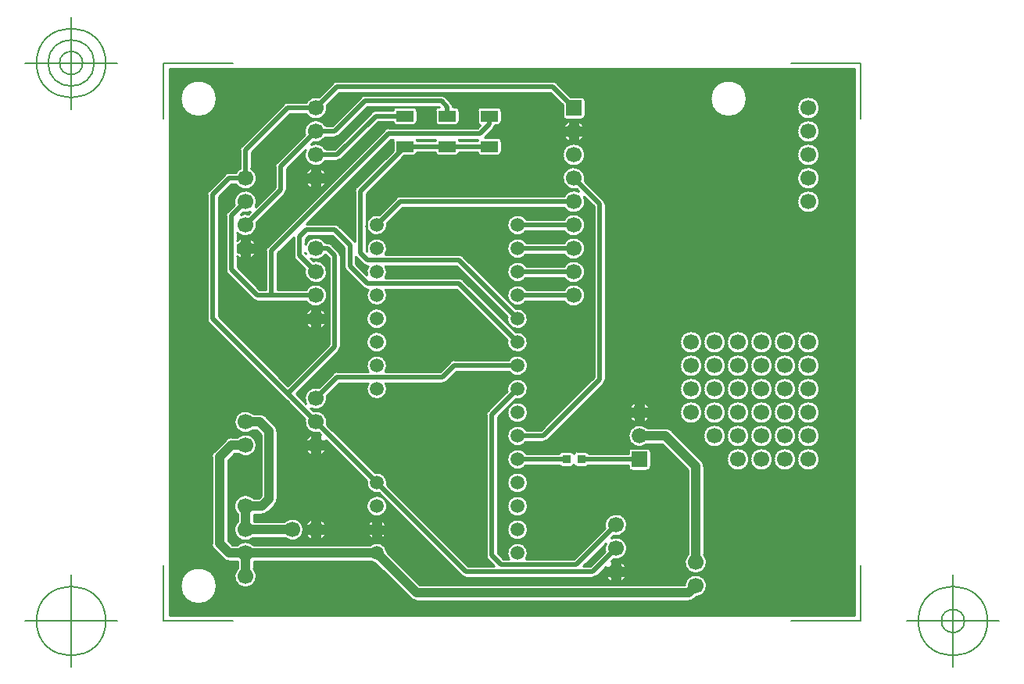
<source format=gbr>
G04 Generated by Ultiboard 14.2 *
%FSLAX34Y34*%
%MOMM*%

%ADD10C,0.0001*%
%ADD11C,0.2540*%
%ADD12C,1.0160*%
%ADD13C,0.5080*%
%ADD14C,0.1270*%
%ADD15R,0.9000X0.9500*%
%ADD16C,1.7000*%
%ADD17R,1.7000X1.7000*%
%ADD18C,1.5000*%
%ADD19R,1.8500X1.2000*%
%ADD20C,1.6764*%
%ADD21R,1.6764X1.6764*%


G04 ColorRGB 00FF00 for the following layer *
%LNCopper Top*%
%LPD*%
G54D10*
G36*
X3828Y3828D02*
X3828Y3828D01*
X746172Y3828D01*
X746172Y596172D01*
X3828Y596172D01*
X3828Y3828D01*
D02*
G37*
%LPC*%
G36*
X236172Y215118D02*
G75*
D01*
G02X236172Y215118I-7572J8402*
G01*
D02*
G37*
G36*
X236172Y189718D02*
G75*
D01*
G02X236172Y189718I-7572J8402*
G01*
D02*
G37*
G36*
X236172Y164318D02*
G75*
D01*
G02X236172Y164318I-7572J8402*
G01*
D02*
G37*
G36*
X236172Y308122D02*
G75*
D01*
G02X236172Y308122I-7572J-8402*
G01*
D02*
G37*
G36*
X236172Y333522D02*
G75*
D01*
G02X236172Y333522I-7572J-8402*
G01*
D02*
G37*
G36*
X187385Y290121D02*
X187385Y290121D01*
X141104Y243840D01*
X148772Y236172D01*
X151419Y233525D01*
G75*
D01*
G02X165492Y250716I11141J5235*
G01*
X165492Y250716D01*
X180908Y266132D01*
G74*
D01*
G02X184993Y267986I4512J4512*
G01*
G75*
D01*
G02X185420Y268001I427J-6366*
G01*
X185420Y268001D01*
X219220Y268001D01*
G75*
D01*
G02X237980Y268001I9380J6319*
G01*
X237980Y268001D01*
X297077Y268001D01*
X307908Y278832D01*
G74*
D01*
G02X310575Y280428I4512J4512*
G01*
G75*
D01*
G02X312420Y280701I1845J-6108*
G01*
X312420Y280701D01*
X371662Y280701D01*
G75*
D01*
G02X371662Y267939I9338J-6381*
G01*
X371662Y267939D01*
X315063Y267939D01*
X304239Y257115D01*
G74*
D01*
G02X301063Y255382I4519J4505*
G01*
G75*
D01*
G02X299714Y255239I-1343J6238*
G01*
X299714Y255239D01*
X237980Y255239D01*
G75*
D01*
G02X219220Y255239I-9380J-6319*
G01*
X219220Y255239D01*
X188063Y255239D01*
X174516Y241692D01*
G75*
D01*
G02X157325Y227619I-11956J-2932*
G01*
X157325Y227619D01*
X159628Y225316D01*
G75*
D01*
G02X174516Y210428I2932J-11956*
G01*
X174516Y210428D01*
X226509Y158435D01*
G75*
D01*
G02X239715Y145229I2091J-11115*
G01*
X239715Y145229D01*
X327763Y57181D01*
X355436Y57181D01*
X348548Y64068D01*
G75*
D01*
G02X346679Y68593I4512J4512*
G01*
X346679Y68593D01*
X346679Y220970D01*
G75*
D01*
G02X348548Y225492I6381J10*
G01*
X348548Y225492D01*
X359228Y236172D01*
X359228Y236172D01*
X369885Y246829D01*
G75*
D01*
G02X378909Y237805I11115J2091*
G01*
X378909Y237805D01*
X377275Y236172D01*
X359441Y218337D01*
X359441Y71223D01*
X365863Y64801D01*
X371620Y64801D01*
G75*
D01*
G02X390380Y64801I9380J6319*
G01*
X390380Y64801D01*
X441857Y64801D01*
X475724Y98668D01*
G75*
D01*
G02X484748Y89644I11956J2932*
G01*
X484748Y89644D01*
X482445Y87341D01*
G75*
D01*
G02X484748Y64244I5235J-11141*
G01*
X484748Y64244D01*
X482445Y61941D01*
G74*
D01*
G02X483315Y62310I5235J11141*
G01*
X483315Y62310D01*
X483315Y55165D01*
X476170Y55165D01*
G74*
D01*
G02X476539Y56035I11510J4365*
G01*
X476539Y56035D01*
X476172Y55668D01*
X476172Y55668D01*
X466799Y46295D01*
G74*
D01*
G02X462280Y44419I4519J4505*
G01*
X462280Y44419D01*
X325126Y44419D01*
G75*
D01*
G02X320608Y46288I-6J6381*
G01*
X320608Y46288D01*
X236172Y130725D01*
X230691Y136205D01*
G75*
D01*
G02X217485Y149411I-2091J11115*
G01*
X217485Y149411D01*
X173702Y193195D01*
G74*
D01*
G02X174070Y192325I11142J5235*
G01*
X174070Y192325D01*
X166925Y192325D01*
X166925Y199470D01*
G74*
D01*
G02X167795Y199102I4365J11510*
G01*
X167795Y199102D01*
X165492Y201404D01*
G75*
D01*
G02X150604Y216292I-2932J11956*
G01*
X150604Y216292D01*
X130725Y236172D01*
X127568Y239328D01*
X127568Y239328D01*
X127568Y239328D01*
X127568Y239328D01*
X46288Y320608D01*
G75*
D01*
G02X44419Y325127I4512J4512*
G01*
X44419Y325127D01*
X44419Y459733D01*
G75*
D01*
G02X46288Y464252I6381J7*
G01*
X46288Y464252D01*
X58208Y476172D01*
X58208Y476172D01*
X64068Y482032D01*
G75*
D01*
G02X68584Y483901I4512J-4512*
G01*
X68584Y483901D01*
X75833Y483901D01*
G74*
D01*
G02X79979Y488047I10527J6381*
G01*
X79979Y488047D01*
X79979Y507990D01*
G75*
D01*
G02X81848Y512512I6381J10*
G01*
X81848Y512512D01*
X127568Y558232D01*
G75*
D01*
G02X132088Y560101I4512J-4512*
G01*
X132088Y560101D01*
X152033Y560101D01*
G75*
D01*
G02X165492Y565676I10527J-6381*
G01*
X165492Y565676D01*
X180908Y581092D01*
G75*
D01*
G02X185429Y582961I4512J-4512*
G01*
X185429Y582961D01*
X419100Y582961D01*
G74*
D01*
G02X423619Y581085I0J6381*
G01*
X423619Y581085D01*
X438655Y566048D01*
X450460Y566048D01*
G74*
D01*
G02X454288Y562220I0J3828*
G01*
X454288Y562220D01*
X454288Y545220D01*
G75*
D01*
G02X450460Y541392I-3828J0*
G01*
X450460Y541392D01*
X433460Y541392D01*
G75*
D01*
G02X429632Y545220I0J3828*
G01*
X429632Y545220D01*
X429632Y557025D01*
X416457Y570199D01*
X188063Y570199D01*
X174516Y556652D01*
G75*
D01*
G02X152033Y547339I-11956J-2932*
G01*
X152033Y547339D01*
X134723Y547339D01*
X92741Y505357D01*
X92741Y488047D01*
G75*
D01*
G02X75833Y471139I-6381J-10527*
G01*
X75833Y471139D01*
X71223Y471139D01*
X57181Y457097D01*
X57181Y327763D01*
X132080Y252864D01*
X176499Y297283D01*
X176499Y391057D01*
X172906Y394650D01*
G75*
D01*
G02X157325Y390179I-10346J6670*
G01*
X157325Y390179D01*
X159628Y387876D01*
G75*
D01*
G02X150604Y378852I2932J-11956*
G01*
X150604Y378852D01*
X140268Y389188D01*
G75*
D01*
G02X138399Y393712I4512J4512*
G01*
X138399Y393712D01*
X138399Y413856D01*
X120681Y396137D01*
X120681Y356901D01*
X152033Y356901D01*
G75*
D01*
G02X152033Y344139I10527J-6381*
G01*
X152033Y344139D01*
X99060Y344139D01*
G75*
D01*
G02X97828Y344259I0J6381*
G01*
G74*
D01*
G02X94548Y346008I1232J6261*
G01*
X94548Y346008D01*
X66608Y373948D01*
G75*
D01*
G02X64739Y378474I4512J4512*
G01*
X64739Y378474D01*
X64739Y436872D01*
G75*
D01*
G02X66608Y441392I6381J8*
G01*
X66608Y441392D01*
X74404Y449188D01*
G75*
D01*
G02X97502Y446885I11956J2932*
G01*
X97502Y446885D01*
X118079Y467463D01*
X118079Y490213D01*
G75*
D01*
G02X119948Y494732I6381J7*
G01*
X119948Y494732D01*
X150604Y525388D01*
G75*
D01*
G02X173087Y534701I11956J2932*
G01*
X173087Y534701D01*
X180237Y534701D01*
X211388Y565852D01*
G75*
D01*
G02X215906Y567721I4512J-4512*
G01*
X215906Y567721D01*
X298440Y567721D01*
G74*
D01*
G02X302959Y565845I0J6381*
G01*
X302959Y565845D01*
X309305Y559499D01*
G74*
D01*
G02X311181Y554980I4505J4519*
G01*
X311181Y554980D01*
X311181Y554648D01*
X314050Y554648D01*
G74*
D01*
G02X317878Y550820I0J3828*
G01*
X317878Y550820D01*
X317878Y538820D01*
G75*
D01*
G02X314050Y534992I-3828J0*
G01*
X314050Y534992D01*
X295550Y534992D01*
G75*
D01*
G02X291722Y538820I0J3828*
G01*
X291722Y538820D01*
X291722Y550820D01*
G75*
D01*
G02X295550Y554648I3828J0*
G01*
X295550Y554648D01*
X296108Y554648D01*
X295797Y554959D01*
X218543Y554959D01*
X187399Y523815D01*
G74*
D01*
G02X182880Y521939I4519J4505*
G01*
X182880Y521939D01*
X173087Y521939D01*
G75*
D01*
G02X159628Y516364I-10527J6381*
G01*
X159628Y516364D01*
X157325Y514061D01*
G75*
D01*
G02X173087Y509301I5235J-11141*
G01*
X173087Y509301D01*
X182777Y509301D01*
X222808Y549332D01*
G75*
D01*
G02X227327Y551201I4512J-4512*
G01*
X227327Y551201D01*
X246021Y551201D01*
G75*
D01*
G02X249830Y554648I3809J-381*
G01*
X249830Y554648D01*
X268330Y554648D01*
G74*
D01*
G02X272158Y550820I0J3828*
G01*
X272158Y550820D01*
X272158Y538820D01*
G75*
D01*
G02X268330Y534992I-3828J0*
G01*
X268330Y534992D01*
X249830Y534992D01*
G75*
D01*
G02X246021Y538439I0J3828*
G01*
X246021Y538439D01*
X229963Y538439D01*
X189939Y498415D01*
G74*
D01*
G02X185420Y496539I4519J4505*
G01*
X185420Y496539D01*
X173087Y496539D01*
G75*
D01*
G02X151419Y508155I-10527J6381*
G01*
X151419Y508155D01*
X130841Y487577D01*
X130841Y464820D01*
G75*
D01*
G02X128965Y460301I-6381J0*
G01*
X128965Y460301D01*
X98316Y429652D01*
G75*
D01*
G02X77501Y418173I-11956J-2932*
G01*
X77501Y418173D01*
X77501Y409867D01*
G74*
D01*
G02X81995Y412830I8859J8547*
G01*
X81995Y412830D01*
X81995Y405685D01*
X77501Y405685D01*
X77501Y396955D01*
X81995Y396955D01*
X81995Y389810D01*
G74*
D01*
G02X77501Y392773I4365J11510*
G01*
X77501Y392773D01*
X77501Y381103D01*
X101703Y356901D01*
X107919Y356901D01*
X107919Y398766D01*
G75*
D01*
G02X109788Y403292I6381J14*
G01*
X109788Y403292D01*
X182668Y476172D01*
X236172Y529675D01*
X236788Y530292D01*
G74*
D01*
G02X240798Y532141I4512J4512*
G01*
G75*
D01*
G02X241300Y532161I502J-6361*
G01*
X241300Y532161D01*
X337717Y532161D01*
X340606Y535050D01*
G75*
D01*
G02X337442Y538820I664J3770*
G01*
X337442Y538820D01*
X337442Y550820D01*
G75*
D01*
G02X341270Y554648I3828J0*
G01*
X341270Y554648D01*
X359770Y554648D01*
G74*
D01*
G02X363598Y550820I0J3828*
G01*
X363598Y550820D01*
X363598Y538820D01*
G75*
D01*
G02X359770Y534992I-3828J0*
G01*
X359770Y534992D01*
X356830Y534992D01*
G74*
D01*
G02X355025Y531421I6310J948*
G01*
X355025Y531421D01*
X345252Y521648D01*
X359770Y521648D01*
G74*
D01*
G02X363598Y517820I0J3828*
G01*
X363598Y517820D01*
X363598Y505820D01*
G75*
D01*
G02X359770Y501992I-3828J0*
G01*
X359770Y501992D01*
X341270Y501992D01*
G75*
D01*
G02X337461Y505439I0J3828*
G01*
X337461Y505439D01*
X317859Y505439D01*
G74*
D01*
G02X314050Y501992I3809J381*
G01*
X314050Y501992D01*
X295550Y501992D01*
G75*
D01*
G02X291741Y505439I0J3828*
G01*
X291741Y505439D01*
X272139Y505439D01*
G74*
D01*
G02X268330Y501992I3809J381*
G01*
X268330Y501992D01*
X258275Y501992D01*
X236172Y479888D01*
X236172Y479888D01*
X232455Y476172D01*
X217201Y460917D01*
X217201Y398883D01*
X217670Y398414D01*
G75*
D01*
G02X237980Y395001I10930J2906*
G01*
X237980Y395001D01*
X317500Y395001D01*
G74*
D01*
G02X322019Y393125I0J6381*
G01*
X322019Y393125D01*
X378909Y336235D01*
G75*
D01*
G02X369885Y327211I2091J-11115*
G01*
X369885Y327211D01*
X314857Y382239D01*
X237980Y382239D01*
G75*
D01*
G02X237980Y369601I-9380J-6319*
G01*
X237980Y369601D01*
X317500Y369601D01*
G74*
D01*
G02X322019Y367725I0J6381*
G01*
X322019Y367725D01*
X378909Y310835D01*
G75*
D01*
G02X369885Y301811I2091J-11115*
G01*
X369885Y301811D01*
X314857Y356839D01*
X237980Y356839D01*
G75*
D01*
G02X219220Y356839I-9380J-6319*
G01*
X219220Y356839D01*
X218447Y356839D01*
G75*
D01*
G02X213928Y358708I-7J6381*
G01*
X213928Y358708D01*
X194878Y377758D01*
G75*
D01*
G02X193009Y382279I4512J4512*
G01*
X193009Y382279D01*
X193009Y402487D01*
X180237Y415259D01*
X155043Y415259D01*
X151161Y411377D01*
X151161Y405967D01*
G75*
D01*
G02X173087Y407701I11399J-4647*
G01*
X173087Y407701D01*
X175252Y407701D01*
G75*
D01*
G02X177144Y407416I8J-6381*
G01*
G74*
D01*
G02X179779Y405825I1884J6096*
G01*
X179779Y405825D01*
X187385Y398219D01*
G74*
D01*
G02X189261Y393700I4505J4519*
G01*
X189261Y393700D01*
X189261Y294640D01*
G75*
D01*
G02X187385Y290121I-6381J0*
G01*
D02*
G37*
G36*
X239175Y100531D02*
X239175Y100531D01*
X232611Y100531D01*
X232611Y107095D01*
G74*
D01*
G02X239175Y100531I4011J10575*
G01*
D02*
G37*
G36*
X239175Y92509D02*
G74*
D01*
G02X232611Y85945I10575J4011*
G01*
X232611Y85945D01*
X232611Y92509D01*
X239175Y92509D01*
D02*
G37*
G36*
X265463Y21623D02*
X265463Y21623D01*
X236172Y50915D01*
X227188Y59898D01*
G74*
D01*
G02X221663Y62187I1412J11222*
G01*
X221663Y62187D01*
X95293Y62187D01*
X95293Y54190D01*
G75*
D01*
G02X77427Y54190I-8933J-8470*
G01*
X77427Y54190D01*
X77427Y62187D01*
X68588Y62187D01*
G75*
D01*
G02X62263Y64803I-8J8933*
G01*
X62263Y64803D01*
X52103Y74963D01*
G75*
D01*
G02X49487Y81291I6317J6317*
G01*
X49487Y81291D01*
X49487Y175245D01*
G75*
D01*
G02X52103Y181577I8933J15*
G01*
X52103Y181577D01*
X64803Y194277D01*
G74*
D01*
G02X68537Y196511I6317J6317*
G01*
G75*
D01*
G02X71120Y196893I2583J-8551*
G01*
X71120Y196893D01*
X77890Y196893D01*
G75*
D01*
G02X77890Y179027I8470J-8933*
G01*
X77890Y179027D01*
X74820Y179027D01*
X67353Y171560D01*
X67353Y84980D01*
X72280Y80053D01*
X77890Y80053D01*
G75*
D01*
G02X94830Y80053I8470J-8933*
G01*
X94830Y80053D01*
X221663Y80053D01*
G75*
D01*
G02X239822Y72532I6937J-8933*
G01*
X239822Y72532D01*
X275480Y36873D01*
X561800Y36873D01*
G75*
D01*
G02X574368Y23254I12240J-1313*
G01*
X574368Y23254D01*
X572745Y21631D01*
G74*
D01*
G02X569058Y19405I6325J6309*
G01*
G75*
D01*
G02X566411Y19007I-2638J8535*
G01*
X566411Y19007D01*
X271780Y19007D01*
G75*
D01*
G02X271296Y19020I0J8933*
G01*
G74*
D01*
G02X265463Y21623I484J8920*
G01*
D02*
G37*
G36*
X236172Y113518D02*
G75*
D01*
G02X236172Y113518I-7572J8402*
G01*
D02*
G37*
G36*
X390338Y204501D02*
X390338Y204501D01*
X406297Y204501D01*
X437968Y236172D01*
X437968Y236172D01*
X463519Y261723D01*
X463519Y446937D01*
X453102Y457355D01*
G75*
D01*
G02X431433Y445739I-11142J-5235*
G01*
X431433Y445739D01*
X256643Y445739D01*
X239715Y428811D01*
G75*
D01*
G02X230691Y437835I-11115J-2091*
G01*
X230691Y437835D01*
X236172Y443315D01*
X249488Y456632D01*
G74*
D01*
G02X253135Y458442I4512J4512*
G01*
G75*
D01*
G02X254000Y458501I865J-6322*
G01*
X254000Y458501D01*
X431433Y458501D01*
G75*
D01*
G02X447195Y463262I10527J-6381*
G01*
X447195Y463262D01*
X444892Y465564D01*
G75*
D01*
G02X453916Y474588I-2932J11956*
G01*
X453916Y474588D01*
X474405Y454099D01*
G74*
D01*
G02X476281Y449580I4505J4519*
G01*
X476281Y449580D01*
X476281Y259080D01*
G75*
D01*
G02X474405Y254561I-6381J0*
G01*
X474405Y254561D01*
X456015Y236172D01*
X413459Y193615D01*
G74*
D01*
G02X408940Y191739I4519J4505*
G01*
X408940Y191739D01*
X390338Y191739D01*
G75*
D01*
G02X390338Y204501I-9338J6381*
G01*
D02*
G37*
G36*
X167375Y476172D02*
G75*
D01*
G02X167375Y476172I-4815J1348*
G01*
D02*
G37*
G36*
X716172Y55370D02*
G75*
D01*
G02X716172Y55370I108J-19810*
G01*
D02*
G37*
G36*
X500870Y164338D02*
X500870Y164338D01*
X500870Y166339D01*
X457924Y166339D01*
G74*
D01*
G02X454460Y164142I3464J1631*
G01*
X454460Y164142D01*
X445460Y164142D01*
G75*
D01*
G02X441960Y166419I0J3828*
G01*
G74*
D01*
G02X438460Y164142I3500J1551*
G01*
X438460Y164142D01*
X429460Y164142D01*
G75*
D01*
G02X425996Y166339I0J3828*
G01*
X425996Y166339D01*
X390338Y166339D01*
G75*
D01*
G02X390338Y179101I-9338J6381*
G01*
X390338Y179101D01*
X425996Y179101D01*
G75*
D01*
G02X429460Y181298I3464J-1631*
G01*
X429460Y181298D01*
X438460Y181298D01*
G74*
D01*
G02X441960Y179021I0J3828*
G01*
G75*
D01*
G02X445460Y181298I3500J-1551*
G01*
X445460Y181298D01*
X454460Y181298D01*
G74*
D01*
G02X457924Y179101I0J3828*
G01*
X457924Y179101D01*
X500870Y179101D01*
X500870Y181102D01*
G75*
D01*
G02X504698Y184930I3828J0*
G01*
X504698Y184930D01*
X521462Y184930D01*
G74*
D01*
G02X525290Y181102I0J3828*
G01*
X525290Y181102D01*
X525290Y164338D01*
G75*
D01*
G02X521462Y160510I-3828J0*
G01*
X521462Y160510D01*
X504698Y160510D01*
G75*
D01*
G02X500870Y164338I0J3828*
G01*
D02*
G37*
G36*
X483315Y39290D02*
G74*
D01*
G02X476170Y46435I4365J11510*
G01*
X476170Y46435D01*
X483315Y46435D01*
X483315Y39290D01*
D02*
G37*
G36*
X708196Y476172D02*
G75*
D01*
G02X708196Y476172I-12236J1348*
G01*
D02*
G37*
G36*
X166925Y489030D02*
G74*
D01*
G02X174070Y481885I4365J11510*
G01*
X174070Y481885D01*
X166925Y481885D01*
X166925Y489030D01*
D02*
G37*
G36*
X151050Y481885D02*
G74*
D01*
G02X158195Y489030I11510J4365*
G01*
X158195Y489030D01*
X158195Y481885D01*
X151050Y481885D01*
D02*
G37*
G36*
X174070Y473155D02*
G74*
D01*
G02X166925Y466010I11510J4365*
G01*
X166925Y466010D01*
X166925Y473155D01*
X174070Y473155D01*
D02*
G37*
G36*
X81360Y401320D02*
G75*
D01*
G02X81360Y401320I5000J0*
G01*
D02*
G37*
G36*
X90725Y412830D02*
G74*
D01*
G02X97870Y405685I4365J11510*
G01*
X97870Y405685D01*
X90725Y405685D01*
X90725Y412830D01*
D02*
G37*
G36*
X97870Y396955D02*
G74*
D01*
G02X90725Y389810I11510J4365*
G01*
X90725Y389810D01*
X90725Y396955D01*
X97870Y396955D01*
D02*
G37*
G36*
X158195Y466010D02*
G74*
D01*
G02X151050Y473155I4365J11510*
G01*
X151050Y473155D01*
X158195Y473155D01*
X158195Y466010D01*
D02*
G37*
G36*
X369690Y223520D02*
G75*
D01*
G02X369690Y223520I11310J0*
G01*
D02*
G37*
G36*
X369690Y96520D02*
G75*
D01*
G02X369690Y96520I11310J0*
G01*
D02*
G37*
G36*
X369690Y121920D02*
G75*
D01*
G02X369690Y121920I11310J0*
G01*
D02*
G37*
G36*
X369690Y147320D02*
G75*
D01*
G02X369690Y147320I11310J0*
G01*
D02*
G37*
G36*
X174070Y320755D02*
G74*
D01*
G02X166925Y313610I11510J4365*
G01*
X166925Y313610D01*
X166925Y320755D01*
X174070Y320755D01*
D02*
G37*
G36*
X151050Y329485D02*
G74*
D01*
G02X158195Y336630I11510J4365*
G01*
X158195Y336630D01*
X158195Y329485D01*
X151050Y329485D01*
D02*
G37*
G36*
X158195Y313610D02*
G74*
D01*
G02X151050Y320755I4365J11510*
G01*
X151050Y320755D01*
X158195Y320755D01*
X158195Y313610D01*
D02*
G37*
G36*
X157560Y325120D02*
G75*
D01*
G02X157560Y325120I5000J0*
G01*
D02*
G37*
G36*
X166925Y336630D02*
G74*
D01*
G02X174070Y329485I4365J11510*
G01*
X174070Y329485D01*
X166925Y329485D01*
X166925Y336630D01*
D02*
G37*
G36*
X15750Y563880D02*
G75*
D01*
G02X15750Y563880I19810J0*
G01*
D02*
G37*
G36*
X683650Y502920D02*
G75*
D01*
G02X683650Y502920I12310J0*
G01*
D02*
G37*
G36*
X683650Y528320D02*
G75*
D01*
G02X683650Y528320I12310J0*
G01*
D02*
G37*
G36*
X589790Y563880D02*
G75*
D01*
G02X589790Y563880I19810J0*
G01*
D02*
G37*
G36*
X683650Y553720D02*
G75*
D01*
G02X683650Y553720I12310J0*
G01*
D02*
G37*
G36*
X429650Y502920D02*
G75*
D01*
G02X429650Y502920I12310J0*
G01*
D02*
G37*
G36*
X437595Y516810D02*
G74*
D01*
G02X430450Y523955I4365J11510*
G01*
X430450Y523955D01*
X437595Y523955D01*
X437595Y516810D01*
D02*
G37*
G36*
X453470Y523955D02*
G74*
D01*
G02X446325Y516810I11510J4365*
G01*
X446325Y516810D01*
X446325Y523955D01*
X453470Y523955D01*
D02*
G37*
G36*
X436960Y528320D02*
G75*
D01*
G02X436960Y528320I5000J0*
G01*
D02*
G37*
G36*
X430450Y532685D02*
G74*
D01*
G02X437595Y539830I11510J4365*
G01*
X437595Y539830D01*
X437595Y532685D01*
X430450Y532685D01*
D02*
G37*
G36*
X446325Y539830D02*
G74*
D01*
G02X453470Y532685I4365J11510*
G01*
X453470Y532685D01*
X446325Y532685D01*
X446325Y539830D01*
D02*
G37*
G36*
X431433Y407701D02*
G75*
D01*
G02X431433Y394939I10527J-6381*
G01*
X431433Y394939D01*
X390338Y394939D01*
G75*
D01*
G02X390338Y407701I-9338J6381*
G01*
X390338Y407701D01*
X431433Y407701D01*
D02*
G37*
G36*
X431433Y382301D02*
G75*
D01*
G02X431433Y369539I10527J-6381*
G01*
X431433Y369539D01*
X390338Y369539D01*
G75*
D01*
G02X390338Y382301I-9338J6381*
G01*
X390338Y382301D01*
X431433Y382301D01*
D02*
G37*
G36*
X431433Y356901D02*
G75*
D01*
G02X431433Y344139I10527J-6381*
G01*
X431433Y344139D01*
X390338Y344139D01*
G75*
D01*
G02X390338Y356901I-9338J6381*
G01*
X390338Y356901D01*
X431433Y356901D01*
D02*
G37*
G36*
X431433Y433101D02*
G75*
D01*
G02X431433Y420339I10527J-6381*
G01*
X431433Y420339D01*
X390338Y420339D01*
G75*
D01*
G02X390338Y433101I-9338J6381*
G01*
X390338Y433101D01*
X431433Y433101D01*
D02*
G37*
G36*
X157560Y187960D02*
G75*
D01*
G02X157560Y187960I5000J0*
G01*
D02*
G37*
G36*
X158195Y176450D02*
G74*
D01*
G02X151050Y183595I4365J11510*
G01*
X151050Y183595D01*
X158195Y183595D01*
X158195Y176450D01*
D02*
G37*
G36*
X151050Y192325D02*
G74*
D01*
G02X158195Y199470I11510J4365*
G01*
X158195Y199470D01*
X158195Y192325D01*
X151050Y192325D01*
D02*
G37*
G36*
X174070Y183595D02*
G74*
D01*
G02X166925Y176450I11510J4365*
G01*
X166925Y176450D01*
X166925Y183595D01*
X174070Y183595D01*
D02*
G37*
G36*
X218025Y100531D02*
G74*
D01*
G02X224589Y107095I10575J4011*
G01*
X224589Y107095D01*
X224589Y100531D01*
X218025Y100531D01*
D02*
G37*
G36*
X223600Y96520D02*
G75*
D01*
G02X223600Y96520I5000J0*
G01*
D02*
G37*
G36*
X224589Y85945D02*
G74*
D01*
G02X218025Y92509I4011J10575*
G01*
X218025Y92509D01*
X224589Y92509D01*
X224589Y85945D01*
D02*
G37*
G36*
X166925Y108030D02*
G74*
D01*
G02X174070Y100885I4365J11510*
G01*
X174070Y100885D01*
X166925Y100885D01*
X166925Y108030D01*
D02*
G37*
G36*
X151050Y100885D02*
G74*
D01*
G02X158195Y108030I11510J4365*
G01*
X158195Y108030D01*
X158195Y100885D01*
X151050Y100885D01*
D02*
G37*
G36*
X174070Y92155D02*
G74*
D01*
G02X166925Y85010I11510J4365*
G01*
X166925Y85010D01*
X166925Y92155D01*
X174070Y92155D01*
D02*
G37*
G36*
X158195Y85010D02*
G74*
D01*
G02X151050Y92155I4365J11510*
G01*
X151050Y92155D01*
X158195Y92155D01*
X158195Y85010D01*
D02*
G37*
G36*
X157560Y96520D02*
G75*
D01*
G02X157560Y96520I5000J0*
G01*
D02*
G37*
G36*
X128690Y105453D02*
G75*
D01*
G02X128690Y87587I8470J-8933*
G01*
X128690Y87587D01*
X94830Y87587D01*
G75*
D01*
G02X77427Y104990I-8470J8933*
G01*
X77427Y104990D01*
X77427Y113450D01*
G75*
D01*
G02X94830Y130853I8933J8470*
G01*
X94830Y130853D01*
X100440Y130853D01*
X102827Y133240D01*
X102827Y199500D01*
X97900Y204427D01*
X94830Y204427D01*
G75*
D01*
G02X94830Y222293I-8470J8933*
G01*
X94830Y222293D01*
X101600Y222293D01*
G74*
D01*
G02X107925Y219669I0J8933*
G01*
X107925Y219669D01*
X118069Y209525D01*
G74*
D01*
G02X120693Y203200I6309J6325*
G01*
X120693Y203200D01*
X120693Y129540D01*
G75*
D01*
G02X118069Y123215I-8933J0*
G01*
X118069Y123215D01*
X110465Y115611D01*
G74*
D01*
G02X106778Y113385I6325J6309*
G01*
G75*
D01*
G02X104131Y112987I-2638J8535*
G01*
X104131Y112987D01*
X95293Y112987D01*
X95293Y105453D01*
X128690Y105453D01*
D02*
G37*
G36*
X15750Y35560D02*
G75*
D01*
G02X15750Y35560I19810J0*
G01*
D02*
G37*
G36*
X683650Y223520D02*
G75*
D01*
G02X683650Y223520I12310J0*
G01*
D02*
G37*
G36*
X499190Y46435D02*
G74*
D01*
G02X492045Y39290I11510J4365*
G01*
X492045Y39290D01*
X492045Y46435D01*
X499190Y46435D01*
D02*
G37*
G36*
X492045Y62310D02*
G74*
D01*
G02X499190Y55165I4365J11510*
G01*
X499190Y55165D01*
X492045Y55165D01*
X492045Y62310D01*
D02*
G37*
G36*
X482680Y50800D02*
G75*
D01*
G02X482680Y50800I5000J0*
G01*
D02*
G37*
G36*
X521377Y207053D02*
X521377Y207053D01*
X541020Y207053D01*
G74*
D01*
G02X547345Y204429I0J8933*
G01*
X547345Y204429D01*
X580349Y171425D01*
G74*
D01*
G02X582973Y165100I6309J6325*
G01*
X582973Y165100D01*
X582973Y69430D01*
G75*
D01*
G02X565107Y69430I-8933J-8470*
G01*
X565107Y69430D01*
X565107Y161400D01*
X537320Y189187D01*
X521377Y189187D01*
G75*
D01*
G02X521377Y207053I-8297J8933*
G01*
D02*
G37*
G36*
X607450Y172720D02*
G75*
D01*
G02X607450Y172720I12310J0*
G01*
D02*
G37*
G36*
X632850Y172720D02*
G75*
D01*
G02X632850Y172720I12310J0*
G01*
D02*
G37*
G36*
X658250Y172720D02*
G75*
D01*
G02X658250Y172720I12310J0*
G01*
D02*
G37*
G36*
X683650Y172720D02*
G75*
D01*
G02X683650Y172720I12310J0*
G01*
D02*
G37*
G36*
X582050Y198120D02*
G75*
D01*
G02X582050Y198120I12310J0*
G01*
D02*
G37*
G36*
X607450Y198120D02*
G75*
D01*
G02X607450Y198120I12310J0*
G01*
D02*
G37*
G36*
X632850Y198120D02*
G75*
D01*
G02X632850Y198120I12310J0*
G01*
D02*
G37*
G36*
X658250Y198120D02*
G75*
D01*
G02X658250Y198120I12310J0*
G01*
D02*
G37*
G36*
X683650Y198120D02*
G75*
D01*
G02X683650Y198120I12310J0*
G01*
D02*
G37*
G36*
X518072Y227843D02*
G75*
D01*
G02X518072Y219197I-4992J-4323*
G01*
X518072Y219197D01*
X524480Y219197D01*
G74*
D01*
G02X517403Y212120I11400J4323*
G01*
X517403Y212120D01*
X517403Y218528D01*
G75*
D01*
G02X508757Y218528I-4323J4992*
G01*
X508757Y218528D01*
X508757Y212120D01*
G74*
D01*
G02X501680Y219197I4323J11400*
G01*
X501680Y219197D01*
X508088Y219197D01*
G75*
D01*
G02X508088Y227843I4992J4323*
G01*
X508088Y227843D01*
X501680Y227843D01*
G74*
D01*
G02X508757Y234920I11400J4323*
G01*
X508757Y234920D01*
X508757Y228512D01*
G75*
D01*
G02X517403Y228512I4323J-4992*
G01*
X517403Y228512D01*
X517403Y234920D01*
G74*
D01*
G02X524480Y227843I4323J11400*
G01*
X524480Y227843D01*
X518072Y227843D01*
D02*
G37*
G36*
X556650Y223520D02*
G75*
D01*
G02X556650Y223520I12310J0*
G01*
D02*
G37*
G36*
X582050Y223520D02*
G75*
D01*
G02X582050Y223520I12310J0*
G01*
D02*
G37*
G36*
X607450Y223520D02*
G75*
D01*
G02X607450Y223520I12310J0*
G01*
D02*
G37*
G36*
X632850Y223520D02*
G75*
D01*
G02X632850Y223520I12310J0*
G01*
D02*
G37*
G36*
X658250Y223520D02*
G75*
D01*
G02X658250Y223520I12310J0*
G01*
D02*
G37*
G36*
X556650Y248920D02*
G75*
D01*
G02X556650Y248920I12310J0*
G01*
D02*
G37*
G36*
X582050Y248920D02*
G75*
D01*
G02X582050Y248920I12310J0*
G01*
D02*
G37*
G36*
X607450Y248920D02*
G75*
D01*
G02X607450Y248920I12310J0*
G01*
D02*
G37*
G36*
X632850Y248920D02*
G75*
D01*
G02X632850Y248920I12310J0*
G01*
D02*
G37*
G36*
X658250Y248920D02*
G75*
D01*
G02X658250Y248920I12310J0*
G01*
D02*
G37*
G36*
X683650Y248920D02*
G75*
D01*
G02X683650Y248920I12310J0*
G01*
D02*
G37*
G36*
X556650Y274320D02*
G75*
D01*
G02X556650Y274320I12310J0*
G01*
D02*
G37*
G36*
X582050Y274320D02*
G75*
D01*
G02X582050Y274320I12310J0*
G01*
D02*
G37*
G36*
X607450Y274320D02*
G75*
D01*
G02X607450Y274320I12310J0*
G01*
D02*
G37*
G36*
X632850Y274320D02*
G75*
D01*
G02X632850Y274320I12310J0*
G01*
D02*
G37*
G36*
X658250Y274320D02*
G75*
D01*
G02X658250Y274320I12310J0*
G01*
D02*
G37*
G36*
X683650Y274320D02*
G75*
D01*
G02X683650Y274320I12310J0*
G01*
D02*
G37*
G36*
X556650Y299720D02*
G75*
D01*
G02X556650Y299720I12310J0*
G01*
D02*
G37*
G36*
X582050Y299720D02*
G75*
D01*
G02X582050Y299720I12310J0*
G01*
D02*
G37*
G36*
X607450Y299720D02*
G75*
D01*
G02X607450Y299720I12310J0*
G01*
D02*
G37*
G36*
X632850Y299720D02*
G75*
D01*
G02X632850Y299720I12310J0*
G01*
D02*
G37*
G36*
X658250Y299720D02*
G75*
D01*
G02X658250Y299720I12310J0*
G01*
D02*
G37*
G36*
X683650Y299720D02*
G75*
D01*
G02X683650Y299720I12310J0*
G01*
D02*
G37*
G36*
X683650Y452120D02*
G75*
D01*
G02X683650Y452120I12310J0*
G01*
D02*
G37*
%LPD*%
G36*
X206308Y468072D02*
X206308Y468072D01*
X236172Y497935D01*
X237454Y499217D01*
X246002Y507765D01*
X246002Y517820D01*
G74*
D01*
G02X246342Y519399I3828J0*
G01*
X246342Y519399D01*
X243943Y519399D01*
X236172Y511628D01*
X236172Y511628D01*
X200715Y476172D01*
X152564Y428021D01*
X182880Y428021D01*
G74*
D01*
G02X187399Y426145I0J6381*
G01*
X187399Y426145D01*
X203895Y409649D01*
G74*
D01*
G02X204439Y409031I4505J4519*
G01*
X204439Y409031D01*
X204439Y463546D01*
G75*
D01*
G02X206308Y468072I6381J14*
G01*
D02*
G37*
G36*
X476539Y81435D02*
X476539Y81435D01*
X476172Y81068D01*
X476172Y81068D01*
X452284Y57181D01*
X459637Y57181D01*
X475724Y73268D01*
G75*
D01*
G02X476539Y81435I11956J2932*
G01*
D02*
G37*
G36*
X217670Y373014D02*
X217670Y373014D01*
X205771Y384913D01*
X205771Y392339D01*
G74*
D01*
G03X206308Y391728I5049J3901*
G01*
X206308Y391728D01*
X213928Y384108D01*
G75*
D01*
G03X218448Y382239I4512J4512*
G01*
X218448Y382239D01*
X219220Y382239D01*
G75*
D01*
G03X217670Y373014I9380J-6319*
G01*
D02*
G37*
G36*
X91595Y440978D02*
X91595Y440978D01*
X89292Y438676D01*
G75*
D01*
G03X81125Y437861I-2932J-11956*
G01*
X81125Y437861D01*
X83428Y440164D01*
G75*
D01*
G03X91595Y440978I2932J11956*
G01*
D02*
G37*
G36*
X337461Y518201D02*
G74*
D01*
G02X337782Y519399I3809J381*
G01*
X337782Y519399D01*
X317538Y519399D01*
G74*
D01*
G02X317859Y518201I3488J1579*
G01*
X317859Y518201D01*
X337461Y518201D01*
D02*
G37*
G36*
X291741Y518201D02*
G74*
D01*
G02X292062Y519399I3809J381*
G01*
X292062Y519399D01*
X271818Y519399D01*
G74*
D01*
G02X272139Y518201I3488J1579*
G01*
X272139Y518201D01*
X291741Y518201D01*
D02*
G37*
G36*
X151161Y396673D02*
X151161Y396673D01*
X151161Y396343D01*
X151419Y396085D01*
G74*
D01*
G02X151161Y396673I11141J5235*
G01*
D02*
G37*
G54D11*
X291741Y518201D02*
G74*
D01*
G02X292062Y519399I3809J381*
G01*
X271818Y519399D01*
G74*
D01*
G02X272139Y518201I3488J1579*
G01*
X291741Y518201D01*
X337461Y518201D02*
G74*
D01*
G02X337782Y519399I3809J381*
G01*
X317538Y519399D01*
G74*
D01*
G02X317859Y518201I3488J1579*
G01*
X337461Y518201D01*
X91595Y440978D02*
X89292Y438676D01*
G75*
D01*
G03X81125Y437861I-2932J-11956*
G01*
X83428Y440164D01*
G75*
D01*
G03X91595Y440978I2932J11956*
G01*
X476539Y81435D02*
X476172Y81068D01*
X476172Y81068D01*
X452284Y57181D01*
X459637Y57181D01*
X475724Y73268D01*
G75*
D01*
G02X476539Y81435I11956J2932*
G01*
X206308Y468072D02*
X236172Y497935D01*
X237454Y499217D01*
X246002Y507765D01*
X246002Y517820D01*
G74*
D01*
G02X246342Y519399I3828J0*
G01*
X243943Y519399D01*
X236172Y511628D01*
X236172Y511628D01*
X200715Y476172D01*
X152564Y428021D01*
X182880Y428021D01*
G74*
D01*
G02X187399Y426145I0J6381*
G01*
X203895Y409649D01*
G74*
D01*
G02X204439Y409031I4505J4519*
G01*
X204439Y463546D01*
G75*
D01*
G02X206308Y468072I6381J14*
G01*
X236172Y215118D02*
G75*
D01*
G02X236172Y215118I-7572J8402*
G01*
X236172Y189718D02*
G75*
D01*
G02X236172Y189718I-7572J8402*
G01*
X236172Y164318D02*
G75*
D01*
G02X236172Y164318I-7572J8402*
G01*
X236172Y308122D02*
G75*
D01*
G02X236172Y308122I-7572J-8402*
G01*
X236172Y333522D02*
G75*
D01*
G02X236172Y333522I-7572J-8402*
G01*
X187385Y290121D02*
X141104Y243840D01*
X148772Y236172D01*
X151419Y233525D01*
G75*
D01*
G02X165492Y250716I11141J5235*
G01*
X180908Y266132D01*
G74*
D01*
G02X184993Y267986I4512J4512*
G01*
G75*
D01*
G02X185420Y268001I427J-6366*
G01*
X219220Y268001D01*
G75*
D01*
G02X237980Y268001I9380J6319*
G01*
X297077Y268001D01*
X307908Y278832D01*
G74*
D01*
G02X310575Y280428I4512J4512*
G01*
G75*
D01*
G02X312420Y280701I1845J-6108*
G01*
X371662Y280701D01*
G75*
D01*
G02X371662Y267939I9338J-6381*
G01*
X315063Y267939D01*
X304239Y257115D01*
G74*
D01*
G02X301063Y255382I4519J4505*
G01*
G75*
D01*
G02X299714Y255239I-1343J6238*
G01*
X237980Y255239D01*
G75*
D01*
G02X219220Y255239I-9380J-6319*
G01*
X188063Y255239D01*
X174516Y241692D01*
G75*
D01*
G02X157325Y227619I-11956J-2932*
G01*
X159628Y225316D01*
G75*
D01*
G02X174516Y210428I2932J-11956*
G01*
X226509Y158435D01*
G75*
D01*
G02X239715Y145229I2091J-11115*
G01*
X327763Y57181D01*
X355436Y57181D01*
X348548Y64068D01*
G75*
D01*
G02X346679Y68593I4512J4512*
G01*
X346679Y220970D01*
G75*
D01*
G02X348548Y225492I6381J10*
G01*
X359228Y236172D01*
X359228Y236172D01*
X369885Y246829D01*
G75*
D01*
G02X378909Y237805I11115J2091*
G01*
X377275Y236172D01*
X359441Y218337D01*
X359441Y71223D01*
X365863Y64801D01*
X371620Y64801D01*
G75*
D01*
G02X390380Y64801I9380J6319*
G01*
X441857Y64801D01*
X475724Y98668D01*
G75*
D01*
G02X484748Y89644I11956J2932*
G01*
X482445Y87341D01*
G75*
D01*
G02X484748Y64244I5235J-11141*
G01*
X482445Y61941D01*
G74*
D01*
G02X483315Y62310I5235J11141*
G01*
X483315Y55165D01*
X476170Y55165D01*
G74*
D01*
G02X476539Y56035I11510J4365*
G01*
X476172Y55668D01*
X476172Y55668D01*
X466799Y46295D01*
G74*
D01*
G02X462280Y44419I4519J4505*
G01*
X325126Y44419D01*
G75*
D01*
G02X320608Y46288I-6J6381*
G01*
X236172Y130725D01*
X230691Y136205D01*
G75*
D01*
G02X217485Y149411I-2091J11115*
G01*
X173702Y193195D01*
G74*
D01*
G02X174070Y192325I11142J5235*
G01*
X166925Y192325D01*
X166925Y199470D01*
G74*
D01*
G02X167795Y199102I4365J11510*
G01*
X165492Y201404D01*
G75*
D01*
G02X150604Y216292I-2932J11956*
G01*
X130725Y236172D01*
X127568Y239328D01*
X46288Y320608D01*
G75*
D01*
G02X44419Y325127I4512J4512*
G01*
X44419Y459733D01*
G75*
D01*
G02X46288Y464252I6381J7*
G01*
X58208Y476172D01*
X58208Y476172D01*
X64068Y482032D01*
G75*
D01*
G02X68584Y483901I4512J-4512*
G01*
X75833Y483901D01*
G74*
D01*
G02X79979Y488047I10527J6381*
G01*
X79979Y507990D01*
G75*
D01*
G02X81848Y512512I6381J10*
G01*
X127568Y558232D01*
G75*
D01*
G02X132088Y560101I4512J-4512*
G01*
X152033Y560101D01*
G75*
D01*
G02X165492Y565676I10527J-6381*
G01*
X180908Y581092D01*
G75*
D01*
G02X185429Y582961I4512J-4512*
G01*
X419100Y582961D01*
G74*
D01*
G02X423619Y581085I0J6381*
G01*
X438655Y566048D01*
X450460Y566048D01*
G74*
D01*
G02X454288Y562220I0J3828*
G01*
X454288Y545220D01*
G75*
D01*
G02X450460Y541392I-3828J0*
G01*
X433460Y541392D01*
G75*
D01*
G02X429632Y545220I0J3828*
G01*
X429632Y557025D01*
X416457Y570199D01*
X188063Y570199D01*
X174516Y556652D01*
G75*
D01*
G02X152033Y547339I-11956J-2932*
G01*
X134723Y547339D01*
X92741Y505357D01*
X92741Y488047D01*
G75*
D01*
G02X75833Y471139I-6381J-10527*
G01*
X71223Y471139D01*
X57181Y457097D01*
X57181Y327763D01*
X132080Y252864D01*
X176499Y297283D01*
X176499Y391057D01*
X172906Y394650D01*
G75*
D01*
G02X157325Y390179I-10346J6670*
G01*
X159628Y387876D01*
G75*
D01*
G02X150604Y378852I2932J-11956*
G01*
X140268Y389188D01*
G75*
D01*
G02X138399Y393712I4512J4512*
G01*
X138399Y413856D01*
X120681Y396137D01*
X120681Y356901D01*
X152033Y356901D01*
G75*
D01*
G02X152033Y344139I10527J-6381*
G01*
X99060Y344139D01*
G75*
D01*
G02X97828Y344259I0J6381*
G01*
G74*
D01*
G02X94548Y346008I1232J6261*
G01*
X66608Y373948D01*
G75*
D01*
G02X64739Y378474I4512J4512*
G01*
X64739Y436872D01*
G75*
D01*
G02X66608Y441392I6381J8*
G01*
X74404Y449188D01*
G75*
D01*
G02X97502Y446885I11956J2932*
G01*
X118079Y467463D01*
X118079Y490213D01*
G75*
D01*
G02X119948Y494732I6381J7*
G01*
X150604Y525388D01*
G75*
D01*
G02X173087Y534701I11956J2932*
G01*
X180237Y534701D01*
X211388Y565852D01*
G75*
D01*
G02X215906Y567721I4512J-4512*
G01*
X298440Y567721D01*
G74*
D01*
G02X302959Y565845I0J6381*
G01*
X309305Y559499D01*
G74*
D01*
G02X311181Y554980I4505J4519*
G01*
X311181Y554648D01*
X314050Y554648D01*
G74*
D01*
G02X317878Y550820I0J3828*
G01*
X317878Y538820D01*
G75*
D01*
G02X314050Y534992I-3828J0*
G01*
X295550Y534992D01*
G75*
D01*
G02X291722Y538820I0J3828*
G01*
X291722Y550820D01*
G75*
D01*
G02X295550Y554648I3828J0*
G01*
X296108Y554648D01*
X295797Y554959D01*
X218543Y554959D01*
X187399Y523815D01*
G74*
D01*
G02X182880Y521939I4519J4505*
G01*
X173087Y521939D01*
G75*
D01*
G02X159628Y516364I-10527J6381*
G01*
X157325Y514061D01*
G75*
D01*
G02X173087Y509301I5235J-11141*
G01*
X182777Y509301D01*
X222808Y549332D01*
G75*
D01*
G02X227327Y551201I4512J-4512*
G01*
X246021Y551201D01*
G75*
D01*
G02X249830Y554648I3809J-381*
G01*
X268330Y554648D01*
G74*
D01*
G02X272158Y550820I0J3828*
G01*
X272158Y538820D01*
G75*
D01*
G02X268330Y534992I-3828J0*
G01*
X249830Y534992D01*
G75*
D01*
G02X246021Y538439I0J3828*
G01*
X229963Y538439D01*
X189939Y498415D01*
G74*
D01*
G02X185420Y496539I4519J4505*
G01*
X173087Y496539D01*
G75*
D01*
G02X151419Y508155I-10527J6381*
G01*
X130841Y487577D01*
X130841Y464820D01*
G75*
D01*
G02X128965Y460301I-6381J0*
G01*
X98316Y429652D01*
G75*
D01*
G02X77501Y418173I-11956J-2932*
G01*
X77501Y409867D01*
G74*
D01*
G02X81995Y412830I8859J8547*
G01*
X81995Y405685D01*
X77501Y405685D01*
X77501Y396955D01*
X81995Y396955D01*
X81995Y389810D01*
G74*
D01*
G02X77501Y392773I4365J11510*
G01*
X77501Y381103D01*
X101703Y356901D01*
X107919Y356901D01*
X107919Y398766D01*
G75*
D01*
G02X109788Y403292I6381J14*
G01*
X182668Y476172D01*
X236172Y529675D01*
X236788Y530292D01*
G74*
D01*
G02X240798Y532141I4512J4512*
G01*
G75*
D01*
G02X241300Y532161I502J-6361*
G01*
X337717Y532161D01*
X340606Y535050D01*
G75*
D01*
G02X337442Y538820I664J3770*
G01*
X337442Y550820D01*
G75*
D01*
G02X341270Y554648I3828J0*
G01*
X359770Y554648D01*
G74*
D01*
G02X363598Y550820I0J3828*
G01*
X363598Y538820D01*
G75*
D01*
G02X359770Y534992I-3828J0*
G01*
X356830Y534992D01*
G74*
D01*
G02X355025Y531421I6310J948*
G01*
X345252Y521648D01*
X359770Y521648D01*
G74*
D01*
G02X363598Y517820I0J3828*
G01*
X363598Y505820D01*
G75*
D01*
G02X359770Y501992I-3828J0*
G01*
X341270Y501992D01*
G75*
D01*
G02X337461Y505439I0J3828*
G01*
X317859Y505439D01*
G74*
D01*
G02X314050Y501992I3809J381*
G01*
X295550Y501992D01*
G75*
D01*
G02X291741Y505439I0J3828*
G01*
X272139Y505439D01*
G74*
D01*
G02X268330Y501992I3809J381*
G01*
X258275Y501992D01*
X236172Y479888D01*
X236172Y479888D01*
X232455Y476172D01*
X217201Y460917D01*
X217201Y398883D01*
X217670Y398414D01*
G75*
D01*
G02X237980Y395001I10930J2906*
G01*
X317500Y395001D01*
G74*
D01*
G02X322019Y393125I0J6381*
G01*
X378909Y336235D01*
G75*
D01*
G02X369885Y327211I2091J-11115*
G01*
X314857Y382239D01*
X237980Y382239D01*
G75*
D01*
G02X237980Y369601I-9380J-6319*
G01*
X317500Y369601D01*
G74*
D01*
G02X322019Y367725I0J6381*
G01*
X378909Y310835D01*
G75*
D01*
G02X369885Y301811I2091J-11115*
G01*
X314857Y356839D01*
X237980Y356839D01*
G75*
D01*
G02X219220Y356839I-9380J-6319*
G01*
X218447Y356839D01*
G75*
D01*
G02X213928Y358708I-7J6381*
G01*
X194878Y377758D01*
G75*
D01*
G02X193009Y382279I4512J4512*
G01*
X193009Y402487D01*
X180237Y415259D01*
X155043Y415259D01*
X151161Y411377D01*
X151161Y405967D01*
G75*
D01*
G02X173087Y407701I11399J-4647*
G01*
X175252Y407701D01*
G75*
D01*
G02X177144Y407416I8J-6381*
G01*
G74*
D01*
G02X179779Y405825I1884J6096*
G01*
X187385Y398219D01*
G74*
D01*
G02X189261Y393700I4505J4519*
G01*
X189261Y294640D01*
G75*
D01*
G02X187385Y290121I-6381J0*
G01*
X239175Y100531D02*
X232611Y100531D01*
X232611Y107095D01*
G74*
D01*
G02X239175Y100531I4011J10575*
G01*
X239175Y92509D02*
G74*
D01*
G02X232611Y85945I10575J4011*
G01*
X232611Y92509D01*
X239175Y92509D01*
X265463Y21623D02*
X236172Y50915D01*
X227188Y59898D01*
G74*
D01*
G02X221663Y62187I1412J11222*
G01*
X95293Y62187D01*
X95293Y54190D01*
G75*
D01*
G02X77427Y54190I-8933J-8470*
G01*
X77427Y62187D01*
X68588Y62187D01*
G75*
D01*
G02X62263Y64803I-8J8933*
G01*
X52103Y74963D01*
G75*
D01*
G02X49487Y81291I6317J6317*
G01*
X49487Y175245D01*
G75*
D01*
G02X52103Y181577I8933J15*
G01*
X64803Y194277D01*
G74*
D01*
G02X68537Y196511I6317J6317*
G01*
G75*
D01*
G02X71120Y196893I2583J-8551*
G01*
X77890Y196893D01*
G75*
D01*
G02X77890Y179027I8470J-8933*
G01*
X74820Y179027D01*
X67353Y171560D01*
X67353Y84980D01*
X72280Y80053D01*
X77890Y80053D01*
G75*
D01*
G02X94830Y80053I8470J-8933*
G01*
X221663Y80053D01*
G75*
D01*
G02X239822Y72532I6937J-8933*
G01*
X275480Y36873D01*
X561800Y36873D01*
G75*
D01*
G02X574368Y23254I12240J-1313*
G01*
X572745Y21631D01*
G74*
D01*
G02X569058Y19405I6325J6309*
G01*
G75*
D01*
G02X566411Y19007I-2638J8535*
G01*
X271780Y19007D01*
G75*
D01*
G02X271296Y19020I0J8933*
G01*
G74*
D01*
G02X265463Y21623I484J8920*
G01*
X236172Y113518D02*
G75*
D01*
G02X236172Y113518I-7572J8402*
G01*
X390338Y204501D02*
X406297Y204501D01*
X437968Y236172D01*
X437968Y236172D01*
X463519Y261723D01*
X463519Y446937D01*
X453102Y457355D01*
G75*
D01*
G02X431433Y445739I-11142J-5235*
G01*
X256643Y445739D01*
X239715Y428811D01*
G75*
D01*
G02X230691Y437835I-11115J-2091*
G01*
X236172Y443315D01*
X249488Y456632D01*
G74*
D01*
G02X253135Y458442I4512J4512*
G01*
G75*
D01*
G02X254000Y458501I865J-6322*
G01*
X431433Y458501D01*
G75*
D01*
G02X447195Y463262I10527J-6381*
G01*
X444892Y465564D01*
G75*
D01*
G02X453916Y474588I-2932J11956*
G01*
X474405Y454099D01*
G74*
D01*
G02X476281Y449580I4505J4519*
G01*
X476281Y259080D01*
G75*
D01*
G02X474405Y254561I-6381J0*
G01*
X456015Y236172D01*
X413459Y193615D01*
G74*
D01*
G02X408940Y191739I4519J4505*
G01*
X390338Y191739D01*
G75*
D01*
G02X390338Y204501I-9338J6381*
G01*
X167375Y476172D02*
G75*
D01*
G02X167375Y476172I-4815J1348*
G01*
X716172Y55370D02*
G75*
D01*
G02X716172Y55370I108J-19810*
G01*
X500870Y164338D02*
X500870Y166339D01*
X457924Y166339D01*
G74*
D01*
G02X454460Y164142I3464J1631*
G01*
X445460Y164142D01*
G75*
D01*
G02X441960Y166419I0J3828*
G01*
G74*
D01*
G02X438460Y164142I3500J1551*
G01*
X429460Y164142D01*
G75*
D01*
G02X425996Y166339I0J3828*
G01*
X390338Y166339D01*
G75*
D01*
G02X390338Y179101I-9338J6381*
G01*
X425996Y179101D01*
G75*
D01*
G02X429460Y181298I3464J-1631*
G01*
X438460Y181298D01*
G74*
D01*
G02X441960Y179021I0J3828*
G01*
G75*
D01*
G02X445460Y181298I3500J-1551*
G01*
X454460Y181298D01*
G74*
D01*
G02X457924Y179101I0J3828*
G01*
X500870Y179101D01*
X500870Y181102D01*
G75*
D01*
G02X504698Y184930I3828J0*
G01*
X521462Y184930D01*
G74*
D01*
G02X525290Y181102I0J3828*
G01*
X525290Y164338D01*
G75*
D01*
G02X521462Y160510I-3828J0*
G01*
X504698Y160510D01*
G75*
D01*
G02X500870Y164338I0J3828*
G01*
X483315Y39290D02*
G74*
D01*
G02X476170Y46435I4365J11510*
G01*
X483315Y46435D01*
X483315Y39290D01*
X708196Y476172D02*
G75*
D01*
G02X708196Y476172I-12236J1348*
G01*
X166925Y489030D02*
G74*
D01*
G02X174070Y481885I4365J11510*
G01*
X166925Y481885D01*
X166925Y489030D01*
X151050Y481885D02*
G74*
D01*
G02X158195Y489030I11510J4365*
G01*
X158195Y481885D01*
X151050Y481885D01*
X174070Y473155D02*
G74*
D01*
G02X166925Y466010I11510J4365*
G01*
X166925Y473155D01*
X174070Y473155D01*
X81360Y401320D02*
G75*
D01*
G02X81360Y401320I5000J0*
G01*
X90725Y412830D02*
G74*
D01*
G02X97870Y405685I4365J11510*
G01*
X90725Y405685D01*
X90725Y412830D01*
X97870Y396955D02*
G74*
D01*
G02X90725Y389810I11510J4365*
G01*
X90725Y396955D01*
X97870Y396955D01*
X158195Y466010D02*
G74*
D01*
G02X151050Y473155I4365J11510*
G01*
X158195Y473155D01*
X158195Y466010D01*
X369690Y223520D02*
G75*
D01*
G02X369690Y223520I11310J0*
G01*
X369690Y96520D02*
G75*
D01*
G02X369690Y96520I11310J0*
G01*
X369690Y121920D02*
G75*
D01*
G02X369690Y121920I11310J0*
G01*
X369690Y147320D02*
G75*
D01*
G02X369690Y147320I11310J0*
G01*
X174070Y320755D02*
G74*
D01*
G02X166925Y313610I11510J4365*
G01*
X166925Y320755D01*
X174070Y320755D01*
X151050Y329485D02*
G74*
D01*
G02X158195Y336630I11510J4365*
G01*
X158195Y329485D01*
X151050Y329485D01*
X158195Y313610D02*
G74*
D01*
G02X151050Y320755I4365J11510*
G01*
X158195Y320755D01*
X158195Y313610D01*
X157560Y325120D02*
G75*
D01*
G02X157560Y325120I5000J0*
G01*
X166925Y336630D02*
G74*
D01*
G02X174070Y329485I4365J11510*
G01*
X166925Y329485D01*
X166925Y336630D01*
X15750Y563880D02*
G75*
D01*
G02X15750Y563880I19810J0*
G01*
X683650Y502920D02*
G75*
D01*
G02X683650Y502920I12310J0*
G01*
X683650Y528320D02*
G75*
D01*
G02X683650Y528320I12310J0*
G01*
X589790Y563880D02*
G75*
D01*
G02X589790Y563880I19810J0*
G01*
X683650Y553720D02*
G75*
D01*
G02X683650Y553720I12310J0*
G01*
X429650Y502920D02*
G75*
D01*
G02X429650Y502920I12310J0*
G01*
X437595Y516810D02*
G74*
D01*
G02X430450Y523955I4365J11510*
G01*
X437595Y523955D01*
X437595Y516810D01*
X453470Y523955D02*
G74*
D01*
G02X446325Y516810I11510J4365*
G01*
X446325Y523955D01*
X453470Y523955D01*
X436960Y528320D02*
G75*
D01*
G02X436960Y528320I5000J0*
G01*
X430450Y532685D02*
G74*
D01*
G02X437595Y539830I11510J4365*
G01*
X437595Y532685D01*
X430450Y532685D01*
X446325Y539830D02*
G74*
D01*
G02X453470Y532685I4365J11510*
G01*
X446325Y532685D01*
X446325Y539830D01*
X431433Y407701D02*
G75*
D01*
G02X431433Y394939I10527J-6381*
G01*
X390338Y394939D01*
G75*
D01*
G02X390338Y407701I-9338J6381*
G01*
X431433Y407701D01*
X431433Y382301D02*
G75*
D01*
G02X431433Y369539I10527J-6381*
G01*
X390338Y369539D01*
G75*
D01*
G02X390338Y382301I-9338J6381*
G01*
X431433Y382301D01*
X431433Y356901D02*
G75*
D01*
G02X431433Y344139I10527J-6381*
G01*
X390338Y344139D01*
G75*
D01*
G02X390338Y356901I-9338J6381*
G01*
X431433Y356901D01*
X431433Y433101D02*
G75*
D01*
G02X431433Y420339I10527J-6381*
G01*
X390338Y420339D01*
G75*
D01*
G02X390338Y433101I-9338J6381*
G01*
X431433Y433101D01*
X157560Y187960D02*
G75*
D01*
G02X157560Y187960I5000J0*
G01*
X158195Y176450D02*
G74*
D01*
G02X151050Y183595I4365J11510*
G01*
X158195Y183595D01*
X158195Y176450D01*
X151050Y192325D02*
G74*
D01*
G02X158195Y199470I11510J4365*
G01*
X158195Y192325D01*
X151050Y192325D01*
X174070Y183595D02*
G74*
D01*
G02X166925Y176450I11510J4365*
G01*
X166925Y183595D01*
X174070Y183595D01*
X218025Y100531D02*
G74*
D01*
G02X224589Y107095I10575J4011*
G01*
X224589Y100531D01*
X218025Y100531D01*
X223600Y96520D02*
G75*
D01*
G02X223600Y96520I5000J0*
G01*
X224589Y85945D02*
G74*
D01*
G02X218025Y92509I4011J10575*
G01*
X224589Y92509D01*
X224589Y85945D01*
X166925Y108030D02*
G74*
D01*
G02X174070Y100885I4365J11510*
G01*
X166925Y100885D01*
X166925Y108030D01*
X151050Y100885D02*
G74*
D01*
G02X158195Y108030I11510J4365*
G01*
X158195Y100885D01*
X151050Y100885D01*
X174070Y92155D02*
G74*
D01*
G02X166925Y85010I11510J4365*
G01*
X166925Y92155D01*
X174070Y92155D01*
X158195Y85010D02*
G74*
D01*
G02X151050Y92155I4365J11510*
G01*
X158195Y92155D01*
X158195Y85010D01*
X157560Y96520D02*
G75*
D01*
G02X157560Y96520I5000J0*
G01*
X128690Y105453D02*
G75*
D01*
G02X128690Y87587I8470J-8933*
G01*
X94830Y87587D01*
G75*
D01*
G02X77427Y104990I-8470J8933*
G01*
X77427Y113450D01*
G75*
D01*
G02X94830Y130853I8933J8470*
G01*
X100440Y130853D01*
X102827Y133240D01*
X102827Y199500D01*
X97900Y204427D01*
X94830Y204427D01*
G75*
D01*
G02X94830Y222293I-8470J8933*
G01*
X101600Y222293D01*
G74*
D01*
G02X107925Y219669I0J8933*
G01*
X118069Y209525D01*
G74*
D01*
G02X120693Y203200I6309J6325*
G01*
X120693Y129540D01*
G75*
D01*
G02X118069Y123215I-8933J0*
G01*
X110465Y115611D01*
G74*
D01*
G02X106778Y113385I6325J6309*
G01*
G75*
D01*
G02X104131Y112987I-2638J8535*
G01*
X95293Y112987D01*
X95293Y105453D01*
X128690Y105453D01*
X15750Y35560D02*
G75*
D01*
G02X15750Y35560I19810J0*
G01*
X683650Y223520D02*
G75*
D01*
G02X683650Y223520I12310J0*
G01*
X499190Y46435D02*
G74*
D01*
G02X492045Y39290I11510J4365*
G01*
X492045Y46435D01*
X499190Y46435D01*
X492045Y62310D02*
G74*
D01*
G02X499190Y55165I4365J11510*
G01*
X492045Y55165D01*
X492045Y62310D01*
X482680Y50800D02*
G75*
D01*
G02X482680Y50800I5000J0*
G01*
X521377Y207053D02*
X541020Y207053D01*
G74*
D01*
G02X547345Y204429I0J8933*
G01*
X580349Y171425D01*
G74*
D01*
G02X582973Y165100I6309J6325*
G01*
X582973Y69430D01*
G75*
D01*
G02X565107Y69430I-8933J-8470*
G01*
X565107Y161400D01*
X537320Y189187D01*
X521377Y189187D01*
G75*
D01*
G02X521377Y207053I-8297J8933*
G01*
X607450Y172720D02*
G75*
D01*
G02X607450Y172720I12310J0*
G01*
X632850Y172720D02*
G75*
D01*
G02X632850Y172720I12310J0*
G01*
X658250Y172720D02*
G75*
D01*
G02X658250Y172720I12310J0*
G01*
X683650Y172720D02*
G75*
D01*
G02X683650Y172720I12310J0*
G01*
X582050Y198120D02*
G75*
D01*
G02X582050Y198120I12310J0*
G01*
X607450Y198120D02*
G75*
D01*
G02X607450Y198120I12310J0*
G01*
X632850Y198120D02*
G75*
D01*
G02X632850Y198120I12310J0*
G01*
X658250Y198120D02*
G75*
D01*
G02X658250Y198120I12310J0*
G01*
X683650Y198120D02*
G75*
D01*
G02X683650Y198120I12310J0*
G01*
X518072Y227843D02*
G75*
D01*
G02X518072Y219197I-4992J-4323*
G01*
X524480Y219197D01*
G74*
D01*
G02X517403Y212120I11400J4323*
G01*
X517403Y218528D01*
G75*
D01*
G02X508757Y218528I-4323J4992*
G01*
X508757Y212120D01*
G74*
D01*
G02X501680Y219197I4323J11400*
G01*
X508088Y219197D01*
G75*
D01*
G02X508088Y227843I4992J4323*
G01*
X501680Y227843D01*
G74*
D01*
G02X508757Y234920I11400J4323*
G01*
X508757Y228512D01*
G75*
D01*
G02X517403Y228512I4323J-4992*
G01*
X517403Y234920D01*
G74*
D01*
G02X524480Y227843I4323J11400*
G01*
X518072Y227843D01*
X556650Y223520D02*
G75*
D01*
G02X556650Y223520I12310J0*
G01*
X582050Y223520D02*
G75*
D01*
G02X582050Y223520I12310J0*
G01*
X607450Y223520D02*
G75*
D01*
G02X607450Y223520I12310J0*
G01*
X632850Y223520D02*
G75*
D01*
G02X632850Y223520I12310J0*
G01*
X658250Y223520D02*
G75*
D01*
G02X658250Y223520I12310J0*
G01*
X556650Y248920D02*
G75*
D01*
G02X556650Y248920I12310J0*
G01*
X582050Y248920D02*
G75*
D01*
G02X582050Y248920I12310J0*
G01*
X607450Y248920D02*
G75*
D01*
G02X607450Y248920I12310J0*
G01*
X632850Y248920D02*
G75*
D01*
G02X632850Y248920I12310J0*
G01*
X658250Y248920D02*
G75*
D01*
G02X658250Y248920I12310J0*
G01*
X683650Y248920D02*
G75*
D01*
G02X683650Y248920I12310J0*
G01*
X556650Y274320D02*
G75*
D01*
G02X556650Y274320I12310J0*
G01*
X582050Y274320D02*
G75*
D01*
G02X582050Y274320I12310J0*
G01*
X607450Y274320D02*
G75*
D01*
G02X607450Y274320I12310J0*
G01*
X632850Y274320D02*
G75*
D01*
G02X632850Y274320I12310J0*
G01*
X658250Y274320D02*
G75*
D01*
G02X658250Y274320I12310J0*
G01*
X683650Y274320D02*
G75*
D01*
G02X683650Y274320I12310J0*
G01*
X556650Y299720D02*
G75*
D01*
G02X556650Y299720I12310J0*
G01*
X582050Y299720D02*
G75*
D01*
G02X582050Y299720I12310J0*
G01*
X607450Y299720D02*
G75*
D01*
G02X607450Y299720I12310J0*
G01*
X632850Y299720D02*
G75*
D01*
G02X632850Y299720I12310J0*
G01*
X658250Y299720D02*
G75*
D01*
G02X658250Y299720I12310J0*
G01*
X683650Y299720D02*
G75*
D01*
G02X683650Y299720I12310J0*
G01*
X683650Y452120D02*
G75*
D01*
G02X683650Y452120I12310J0*
G01*
X3828Y3828D02*
X746172Y3828D01*
X746172Y596172D01*
X3828Y596172D01*
X3828Y3828D01*
X151161Y396673D02*
X151161Y396343D01*
X151419Y396085D01*
G74*
D01*
G02X151161Y396673I11141J5235*
G01*
X217670Y373014D02*
X205771Y384913D01*
X205771Y392339D01*
G74*
D01*
G03X206308Y391728I5049J3901*
G01*
X213928Y384108D01*
G75*
D01*
G03X218448Y382239I4512J4512*
G01*
X219220Y382239D01*
G75*
D01*
G03X217670Y373014I9380J-6319*
G01*
G54D12*
X86360Y96520D02*
X137160Y96520D01*
X86360Y45720D02*
X86360Y71120D01*
X86360Y121920D02*
X86360Y96520D01*
X86360Y213360D02*
X101600Y213360D01*
X111760Y203200D01*
X111760Y129540D01*
X104140Y121920D01*
X86360Y121920D01*
X86360Y187960D02*
X71120Y187960D01*
X58420Y175260D01*
X58420Y81280D01*
X68580Y71120D01*
X513080Y198120D02*
X541020Y198120D01*
X574040Y165100D01*
X574040Y60960D01*
X162560Y96520D02*
X228600Y96520D01*
X68580Y71120D02*
X228600Y71120D01*
X566420Y27940D02*
X271780Y27940D01*
X574040Y35560D02*
X566420Y27940D01*
X271780Y27940D02*
X228600Y71120D01*
G54D13*
X381000Y172720D02*
X433960Y172720D01*
X449960Y172720D02*
X513080Y172720D01*
X381000Y198120D02*
X408940Y198120D01*
X469900Y259080D01*
X469900Y449580D01*
X441960Y477520D01*
X381000Y426720D02*
X441960Y426720D01*
X381000Y401320D02*
X441960Y401320D01*
X441960Y375920D02*
X381000Y375920D01*
X381000Y350520D02*
X441960Y350520D01*
X441960Y452120D02*
X254000Y452120D01*
X228600Y426720D01*
X185420Y261620D02*
X162560Y238760D01*
X175260Y401320D02*
X162560Y401320D01*
X304800Y554980D02*
X304800Y544820D01*
X86360Y426720D02*
X124460Y464820D01*
X162560Y350520D02*
X99060Y350520D01*
X71120Y378460D02*
X71120Y436880D01*
X99060Y350520D02*
X71120Y378460D01*
X71120Y436880D02*
X86360Y452120D01*
X124460Y490220D02*
X162560Y528320D01*
X124460Y464820D02*
X124460Y490220D01*
X350520Y535940D02*
X350520Y544820D01*
X350520Y535940D02*
X340360Y525780D01*
X350520Y511820D02*
X259080Y511820D01*
X317500Y388620D02*
X381000Y325120D01*
X241300Y525780D02*
X114300Y398780D01*
X340360Y525780D02*
X241300Y525780D01*
X114300Y398780D02*
X114300Y350520D01*
X162560Y375920D02*
X144780Y393700D01*
X144780Y414020D01*
X152400Y421640D01*
X317500Y363220D02*
X381000Y299720D01*
X152400Y421640D02*
X182880Y421640D01*
X218440Y363220D02*
X317500Y363220D01*
X182880Y294640D02*
X182880Y393700D01*
X132080Y243840D02*
X182880Y294640D01*
X182880Y393700D02*
X175260Y401320D01*
X199390Y405130D02*
X199390Y382270D01*
X218440Y363220D01*
X182880Y421640D02*
X199390Y405130D01*
X353060Y68580D02*
X353060Y220980D01*
X381000Y248920D01*
X444500Y58420D02*
X363220Y58420D01*
X353060Y68580D01*
X487680Y101600D02*
X444500Y58420D01*
X312420Y274320D02*
X299720Y261620D01*
X185420Y261620D01*
X312420Y274320D02*
X381000Y274320D01*
X132080Y243840D02*
X228600Y147320D01*
X50800Y325120D02*
X132080Y243840D01*
X50800Y459740D02*
X68580Y477520D01*
X86360Y477520D01*
X50800Y325120D02*
X50800Y459740D01*
X86360Y508000D02*
X132080Y553720D01*
X162560Y553720D01*
X86360Y508000D02*
X86360Y477520D01*
X298440Y561340D02*
X304800Y554980D01*
X185420Y576580D02*
X419100Y576580D01*
X162560Y553720D02*
X185420Y576580D01*
X419100Y576580D02*
X441960Y553720D01*
X185420Y502920D02*
X227320Y544820D01*
X185420Y502920D02*
X162560Y502920D01*
X227320Y544820D02*
X259080Y544820D01*
X182880Y528320D02*
X215900Y561340D01*
X182880Y528320D02*
X162560Y528320D01*
X215900Y561340D02*
X298440Y561340D01*
X325120Y50800D02*
X462280Y50800D01*
X487680Y76200D01*
X228600Y147320D02*
X325120Y50800D01*
X218440Y388620D02*
X317500Y388620D01*
X210820Y463560D02*
X210820Y396240D01*
X218440Y388620D01*
X259080Y511820D02*
X210820Y463560D01*
G54D14*
X-2540Y-2540D02*
X-2540Y57968D01*
X-2540Y-2540D02*
X72968Y-2540D01*
X752540Y-2540D02*
X677032Y-2540D01*
X752540Y-2540D02*
X752540Y57968D01*
X752540Y602540D02*
X752540Y542032D01*
X752540Y602540D02*
X677032Y602540D01*
X-2540Y602540D02*
X72968Y602540D01*
X-2540Y602540D02*
X-2540Y542032D01*
X-52540Y-2540D02*
X-152540Y-2540D01*
X-102540Y-52540D02*
X-102540Y47460D01*
X-140040Y-2540D02*
G75*
D01*
G02X-140040Y-2540I37500J0*
G01*
X802540Y-2540D02*
X902540Y-2540D01*
X852540Y-52540D02*
X852540Y47460D01*
X815040Y-2540D02*
G75*
D01*
G02X815040Y-2540I37500J0*
G01*
X840040Y-2540D02*
G75*
D01*
G02X840040Y-2540I12500J0*
G01*
X-52540Y602540D02*
X-152540Y602540D01*
X-102540Y552540D02*
X-102540Y652540D01*
X-140040Y602540D02*
G75*
D01*
G02X-140040Y602540I37500J0*
G01*
X-127540Y602540D02*
G75*
D01*
G02X-127540Y602540I25000J0*
G01*
X-115040Y602540D02*
G75*
D01*
G02X-115040Y602540I12500J0*
G01*
G54D15*
X433960Y172720D03*
X449960Y172720D03*
G54D16*
X441960Y528320D03*
X441960Y502920D03*
X441960Y477520D03*
X441960Y452120D03*
X441960Y426720D03*
X441960Y401320D03*
X441960Y375920D03*
X441960Y350520D03*
X695960Y452120D03*
X695960Y553720D03*
X695960Y528320D03*
X695960Y502920D03*
X695960Y477520D03*
X86360Y45720D03*
X86360Y71120D03*
X86360Y96520D03*
X86360Y121920D03*
X574040Y35560D03*
X574040Y60960D03*
X137160Y96520D03*
X162560Y96520D03*
X162560Y187960D03*
X162560Y213360D03*
X162560Y238760D03*
X86360Y187960D03*
X86360Y213360D03*
X162560Y325120D03*
X162560Y350520D03*
X162560Y375920D03*
X162560Y401320D03*
X86360Y477520D03*
X86360Y452120D03*
X86360Y426720D03*
X86360Y401320D03*
X162560Y477520D03*
X162560Y502920D03*
X162560Y528320D03*
X162560Y553720D03*
X487680Y50800D03*
X487680Y76200D03*
X487680Y101600D03*
X695960Y274320D03*
X670560Y274320D03*
X619760Y274320D03*
X645160Y274320D03*
X568960Y274320D03*
X594360Y274320D03*
X568960Y248920D03*
X594360Y248920D03*
X619760Y248920D03*
X645160Y248920D03*
X670560Y248920D03*
X695960Y248920D03*
X568960Y299720D03*
X594360Y299720D03*
X619760Y299720D03*
X645160Y299720D03*
X670560Y299720D03*
X695960Y299720D03*
X568960Y223520D03*
X594360Y223520D03*
X619760Y223520D03*
X645160Y223520D03*
X670560Y223520D03*
X695960Y223520D03*
X594360Y198120D03*
X619760Y198120D03*
X645160Y198120D03*
X670560Y198120D03*
X695960Y198120D03*
X619760Y172720D03*
X645160Y172720D03*
X670560Y172720D03*
X695960Y172720D03*
G54D17*
X441960Y553720D03*
G54D18*
X228600Y426720D03*
X228600Y401320D03*
X228600Y375920D03*
X228600Y350520D03*
X228600Y325120D03*
X228600Y299720D03*
X228600Y274320D03*
X228600Y248920D03*
X228600Y223520D03*
X228600Y198120D03*
X228600Y172720D03*
X228600Y147320D03*
X228600Y121920D03*
X228600Y96520D03*
X228600Y71120D03*
X381000Y426720D03*
X381000Y401320D03*
X381000Y375920D03*
X381000Y350520D03*
X381000Y325120D03*
X381000Y299720D03*
X381000Y274320D03*
X381000Y248920D03*
X381000Y223520D03*
X381000Y198120D03*
X381000Y172720D03*
X381000Y147320D03*
X381000Y121920D03*
X381000Y96520D03*
X381000Y71120D03*
G54D19*
X259080Y511820D03*
X259080Y544820D03*
X304800Y511820D03*
X304800Y544820D03*
X350520Y511820D03*
X350520Y544820D03*
G54D20*
X513080Y198120D03*
X513080Y223520D03*
G54D21*
X513080Y172720D03*

M02*

</source>
